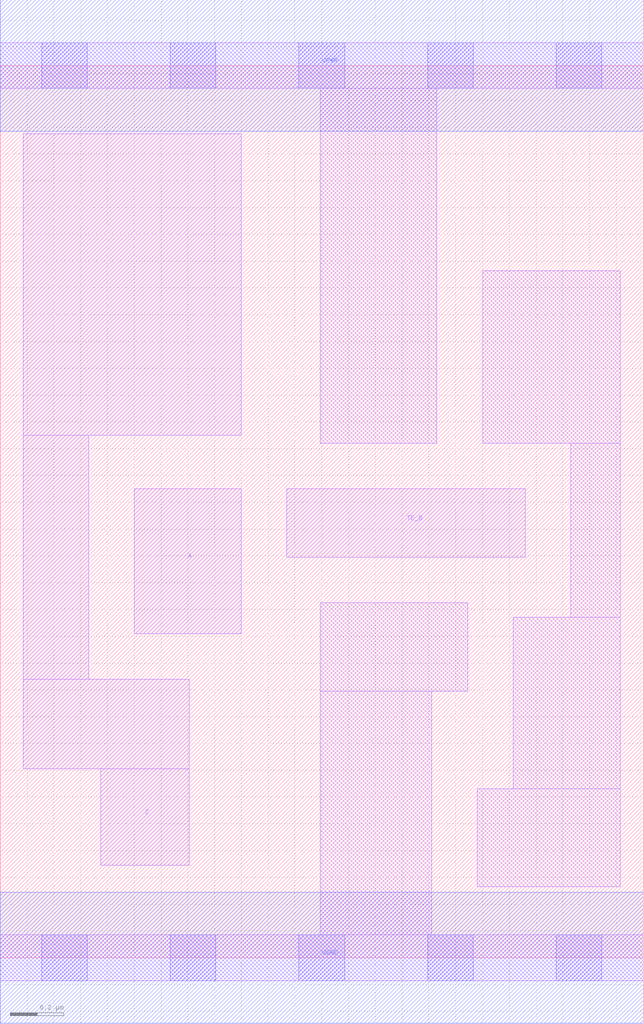
<source format=lef>
# Copyright 2020 The SkyWater PDK Authors
#
# Licensed under the Apache License, Version 2.0 (the "License");
# you may not use this file except in compliance with the License.
# You may obtain a copy of the License at
#
#     https://www.apache.org/licenses/LICENSE-2.0
#
# Unless required by applicable law or agreed to in writing, software
# distributed under the License is distributed on an "AS IS" BASIS,
# WITHOUT WARRANTIES OR CONDITIONS OF ANY KIND, either express or implied.
# See the License for the specific language governing permissions and
# limitations under the License.
#
# SPDX-License-Identifier: Apache-2.0

VERSION 5.7 ;
  NOWIREEXTENSIONATPIN ON ;
  DIVIDERCHAR "/" ;
  BUSBITCHARS "[]" ;
UNITS
  DATABASE MICRONS 200 ;
END UNITS
MACRO sky130_fd_sc_lp__einvn_1
  CLASS CORE ;
  FOREIGN sky130_fd_sc_lp__einvn_1 ;
  ORIGIN  0.000000  0.000000 ;
  SIZE  2.400000 BY  3.330000 ;
  SYMMETRY X Y R90 ;
  SITE unit ;
  PIN A
    ANTENNAGATEAREA  0.315000 ;
    DIRECTION INPUT ;
    USE SIGNAL ;
    PORT
      LAYER li1 ;
        RECT 0.500000 1.210000 0.900000 1.750000 ;
    END
  END A
  PIN TE_B
    ANTENNAGATEAREA  0.348000 ;
    DIRECTION INPUT ;
    USE SIGNAL ;
    PORT
      LAYER li1 ;
        RECT 1.070000 1.495000 1.960000 1.750000 ;
    END
  END TE_B
  PIN Z
    ANTENNADIFFAREA  0.556500 ;
    DIRECTION OUTPUT ;
    USE SIGNAL ;
    PORT
      LAYER li1 ;
        RECT 0.085000 0.705000 0.705000 1.040000 ;
        RECT 0.085000 1.040000 0.330000 1.950000 ;
        RECT 0.085000 1.950000 0.900000 3.075000 ;
        RECT 0.375000 0.345000 0.705000 0.705000 ;
    END
  END Z
  PIN VGND
    DIRECTION INOUT ;
    USE GROUND ;
    PORT
      LAYER met1 ;
        RECT 0.000000 -0.245000 2.400000 0.245000 ;
    END
  END VGND
  PIN VPWR
    DIRECTION INOUT ;
    USE POWER ;
    PORT
      LAYER met1 ;
        RECT 0.000000 3.085000 2.400000 3.575000 ;
    END
  END VPWR
  OBS
    LAYER li1 ;
      RECT 0.000000 -0.085000 2.400000 0.085000 ;
      RECT 0.000000  3.245000 2.400000 3.415000 ;
      RECT 1.195000  0.085000 1.610000 0.995000 ;
      RECT 1.195000  0.995000 1.745000 1.325000 ;
      RECT 1.195000  1.920000 1.630000 3.245000 ;
      RECT 1.780000  0.265000 2.315000 0.630000 ;
      RECT 1.800000  1.920000 2.315000 2.565000 ;
      RECT 1.915000  0.630000 2.315000 1.270000 ;
      RECT 2.130000  1.270000 2.315000 1.920000 ;
    LAYER mcon ;
      RECT 0.155000 -0.085000 0.325000 0.085000 ;
      RECT 0.155000  3.245000 0.325000 3.415000 ;
      RECT 0.635000 -0.085000 0.805000 0.085000 ;
      RECT 0.635000  3.245000 0.805000 3.415000 ;
      RECT 1.115000 -0.085000 1.285000 0.085000 ;
      RECT 1.115000  3.245000 1.285000 3.415000 ;
      RECT 1.595000 -0.085000 1.765000 0.085000 ;
      RECT 1.595000  3.245000 1.765000 3.415000 ;
      RECT 2.075000 -0.085000 2.245000 0.085000 ;
      RECT 2.075000  3.245000 2.245000 3.415000 ;
  END
END sky130_fd_sc_lp__einvn_1
END LIBRARY

</source>
